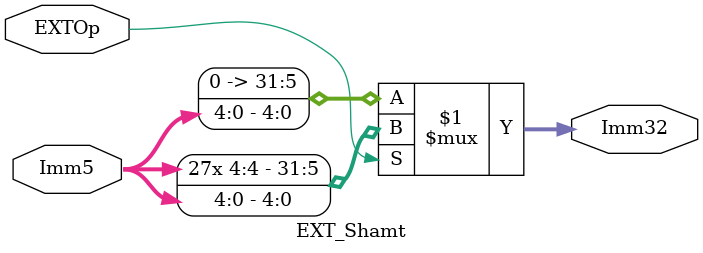
<source format=v>

module EXT( Imm16, EXTOp, Imm32 );
    
   input  [15:0] Imm16;
   input         EXTOp;
   output [31:0] Imm32;
   
   assign Imm32 = (EXTOp) ? {{16{Imm16[15]}}, Imm16} : {16'd0, Imm16}; // signed-extension or zero extension
       
endmodule


module EXT_Shamt( Imm5, EXTOp, Imm32 );
    
   input  [4:0] Imm5;
   input         EXTOp;
   output [31:0] Imm32;
   
   assign Imm32 = (EXTOp) ? {{27{Imm5[4]}}, Imm5} : {27'd0, Imm5}; // signed-extension or zero extension
       
endmodule
</source>
